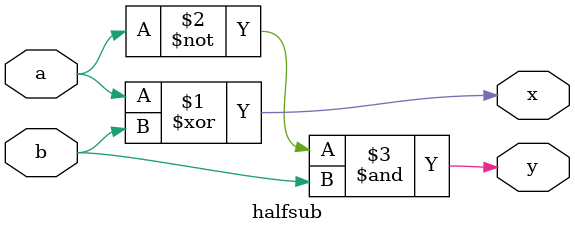
<source format=v>
module halfsub(x,y,a,b);
	output x,y;
	input a,b;
	assign x=a^b;
	assign y=~a&b;
endmodule


</source>
